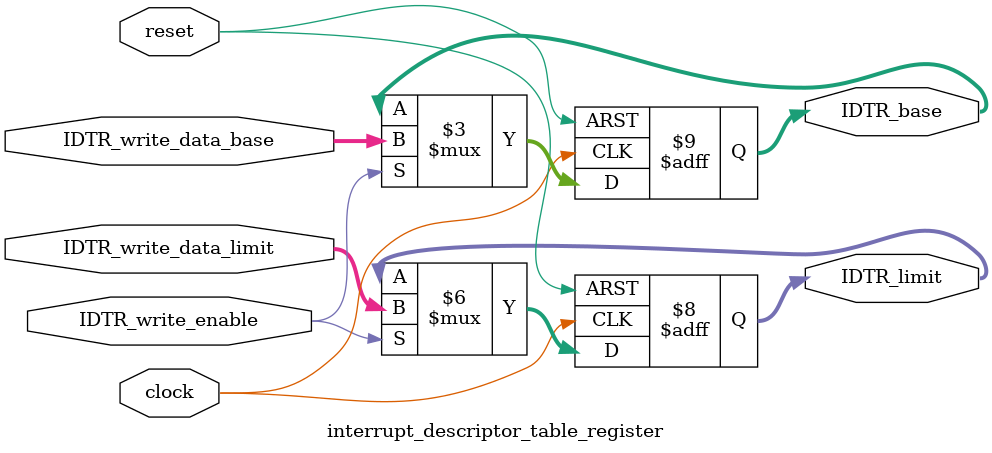
<source format=sv>
/*
project: w80386dx
author: Chang Wei<changwei1006@gmail.com>
repo: https://github.com/openx86/w80386dx
module: interrupt_descriptor_table_register
create at: 2022-01-30 23:31:01
description: define interrupt_descriptor_table_register
*/

/* ref:
Intel386(TM) DX MICROPROCESSOR 32-BIT CHMOS MICROPROCESSOR WITH INTEGRATED MEMORY MANAGEMENT
4.3.3.4 INTERRUPT DESCRIPTOR TABLE
The third table needed for Intel386 DX systems is
the Interrupt Descriptor Table. (See Figure 4-4.) The
IDT contains the descriptors which point to the location
of up to 256 interrupt service routines. The IDT
may contain only task gates, interrupt gates, and
trap gates. The IDT should be at least 256 bytes in
size in order to hold the descriptors for the 32 Intel
Reserved Interrupts. Every interrupt used by a system
must have an entry in the IDT. The IDT entries
are referenced via INT instructions, external interrupt
vectors, and exceptions. (See 2.9 Interrupts).
*/

module interrupt_descriptor_table_register (
    input  logic        IDTR_write_enable,
    input  logic [15:0] IDTR_write_data_limit,
    input  logic [31:0] IDTR_write_data_base,
    output logic [15:0] IDTR_limit,
    output logic [31:0] IDTR_base,
    input  logic        clock, reset
);

// IDTR (Interrupt Descriptor Table Register)

always_ff @( posedge clock or posedge reset ) begin
    if (reset) begin
        IDTR_limit <= 16'b0;
        IDTR_base <= 32'b0;
    end else begin
        if (IDTR_write_enable) begin
            IDTR_limit <= IDTR_write_data_limit;
            IDTR_base <= IDTR_write_data_base;
        end else begin
            IDTR_limit <= IDTR_limit;
            IDTR_base <= IDTR_base;
        end
    end
end

// IDT cache
// reg [63:0] IDT_cache [8192];=

endmodule

</source>
